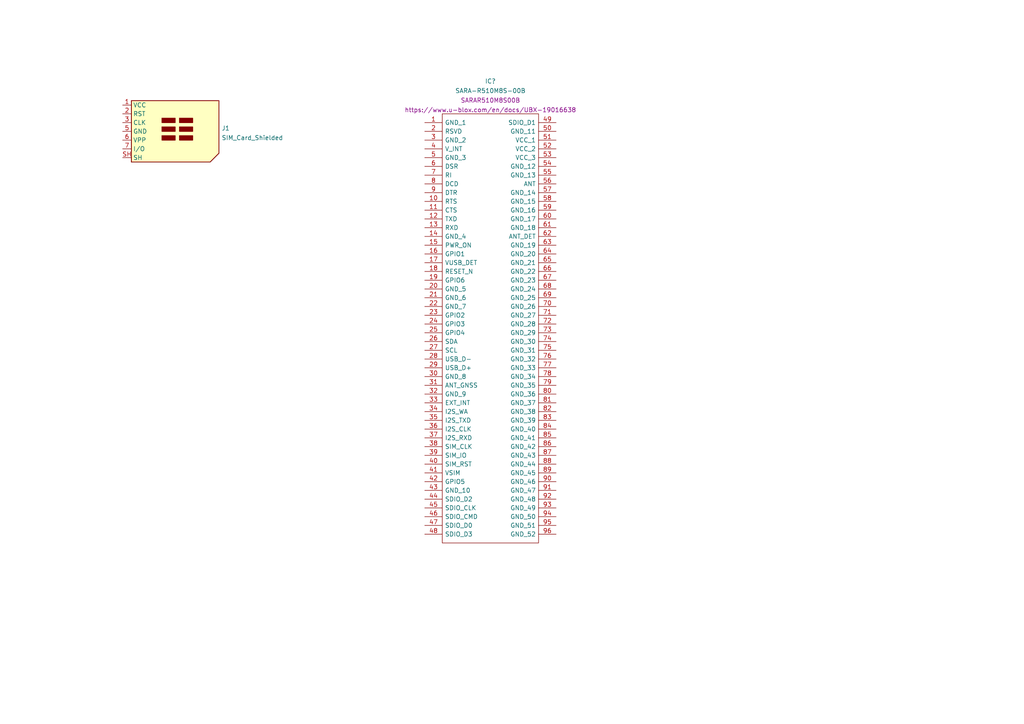
<source format=kicad_sch>
(kicad_sch (version 20211123) (generator eeschema)
  (paper "A4")
  (lib_symbols
    (symbol "Connector:SIM_Card_Shielded"
      (property "Reference" "J" (at -2.54 12.7 0))
      (property "Value" "SIM_Card_Shielded" (at -1.27 10.16 0))
      (symbol "SIM_Card_Shielded_0_1"
        (rectangle (start -1.27 -2.54) (end 2.54 -1.27) (stroke (width 0.254)) (fill (type outline)))
        (rectangle (start -1.27 0) (end 2.54 1.27) (stroke (width 0.254)) (fill (type outline)))
        (rectangle (start -1.27 2.54) (end 2.54 3.81) (stroke (width 0.254)) (fill (type outline)))
        (polyline (pts (xy -10.16 8.89) (xy -10.16 -8.89) (xy 12.7 -8.89) (xy 15.24 -6.35) (xy 15.24 8.89) (xy -10.16 8.89)) (stroke (width 0.254)) (fill (type background)))
        (rectangle (start 3.81 -1.27) (end 7.62 -2.54) (stroke (width 0.254)) (fill (type outline)))
        (rectangle (start 3.81 0) (end 7.62 1.27) (stroke (width 0.254)) (fill (type outline)))
        (rectangle (start 3.81 2.54) (end 7.62 3.81) (stroke (width 0.254)) (fill (type outline)))
      )
      (symbol "SIM_Card_Shielded_1_1"
        (pin power_in line (at -12.7 7.62 0) (length 2.54) (name "VCC") (number "1"))
        (pin input line (at -12.7 5.08 0) (length 2.54) (name "RST") (number "2"))
        (pin input line (at -12.7 2.54 0) (length 2.54) (name "CLK") (number "3"))
        (pin power_in line (at -12.7 0 0) (length 2.54) (name "GND") (number "5"))
        (pin input line (at -12.7 -2.54 0) (length 2.54) (name "VPP") (number "6"))
        (pin bidirectional line (at -12.7 -5.08 0) (length 2.54) (name "I/O") (number "7"))
        (pin passive line (at -12.7 -7.62 0) (length 2.54) (name "SH") (number "SH"))
      )
    )
    (symbol "Likapa-RfMCU:SARA-R510M8S-00B" (pin_names (offset 0.762))
      (property "Reference" "IC" (at 15.24 66.04 0))
      (property "Value" "SARA-R510M8S-00B" (at 15.24 63.5 0))
      (property "Footprint" "SARAR510M8S00B" (at 15.24 60.96 0))
      (property "Datasheet" "https://www.u-blox.com/en/docs/UBX-19016638" (at 15.24 58.42 0))
      (symbol "SARA-R510M8S-00B_0_0"
        (pin passive line (at -19.05 58.42 0) (length 5.08) (name "GND_1") (number "1"))
        (pin passive line (at -19.05 35.56 0) (length 5.08) (name "RTS") (number "10"))
        (pin passive line (at -19.05 33.02 0) (length 5.08) (name "CTS") (number "11"))
        (pin passive line (at -19.05 30.48 0) (length 5.08) (name "TXD") (number "12"))
        (pin passive line (at -19.05 27.94 0) (length 5.08) (name "RXD") (number "13"))
        (pin passive line (at -19.05 25.4 0) (length 5.08) (name "GND_4") (number "14"))
        (pin passive line (at -19.05 22.86 0) (length 5.08) (name "PWR_ON") (number "15"))
        (pin passive line (at -19.05 20.32 0) (length 5.08) (name "GPIO1") (number "16"))
        (pin passive line (at -19.05 17.78 0) (length 5.08) (name "VUSB_DET") (number "17"))
        (pin passive line (at -19.05 15.24 0) (length 5.08) (name "RESET_N") (number "18"))
        (pin passive line (at -19.05 12.7 0) (length 5.08) (name "GPIO6") (number "19"))
        (pin passive line (at -19.05 55.88 0) (length 5.08) (name "RSVD") (number "2"))
        (pin passive line (at -19.05 10.16 0) (length 5.08) (name "GND_5") (number "20"))
        (pin passive line (at -19.05 7.62 0) (length 5.08) (name "GND_6") (number "21"))
        (pin passive line (at -19.05 5.08 0) (length 5.08) (name "GND_7") (number "22"))
        (pin passive line (at -19.05 2.54 0) (length 5.08) (name "GPIO2") (number "23"))
        (pin passive line (at -19.05 0 0) (length 5.08) (name "GPIO3") (number "24"))
        (pin passive line (at -19.05 -2.54 0) (length 5.08) (name "GPIO4") (number "25"))
        (pin passive line (at -19.05 -5.08 0) (length 5.08) (name "SDA") (number "26"))
        (pin passive line (at -19.05 -7.62 0) (length 5.08) (name "SCL") (number "27"))
        (pin passive line (at -19.05 -10.16 0) (length 5.08) (name "USB_D-") (number "28"))
        (pin passive line (at -19.05 -12.7 0) (length 5.08) (name "USB_D+") (number "29"))
        (pin passive line (at -19.05 53.34 0) (length 5.08) (name "GND_2") (number "3"))
        (pin passive line (at -19.05 -15.24 0) (length 5.08) (name "GND_8") (number "30"))
        (pin passive line (at -19.05 -17.78 0) (length 5.08) (name "ANT_GNSS") (number "31"))
        (pin passive line (at -19.05 -20.32 0) (length 5.08) (name "GND_9") (number "32"))
        (pin passive line (at -19.05 -22.86 0) (length 5.08) (name "EXT_INT") (number "33"))
        (pin passive line (at -19.05 -25.4 0) (length 5.08) (name "I2S_WA") (number "34"))
        (pin passive line (at -19.05 -27.94 0) (length 5.08) (name "I2S_TXD") (number "35"))
        (pin passive line (at -19.05 -30.48 0) (length 5.08) (name "I2S_CLK") (number "36"))
        (pin passive line (at -19.05 -33.02 0) (length 5.08) (name "I2S_RXD") (number "37"))
        (pin passive line (at -19.05 -35.56 0) (length 5.08) (name "SIM_CLK") (number "38"))
        (pin passive line (at -19.05 -38.1 0) (length 5.08) (name "SIM_IO") (number "39"))
        (pin passive line (at -19.05 50.8 0) (length 5.08) (name "V_INT") (number "4"))
        (pin passive line (at -19.05 -40.64 0) (length 5.08) (name "SIM_RST") (number "40"))
        (pin passive line (at -19.05 -43.18 0) (length 5.08) (name "VSIM") (number "41"))
        (pin passive line (at -19.05 -45.72 0) (length 5.08) (name "GPIO5") (number "42"))
        (pin passive line (at -19.05 -48.26 0) (length 5.08) (name "GND_10") (number "43"))
        (pin passive line (at -19.05 -50.8 0) (length 5.08) (name "SDIO_D2") (number "44"))
        (pin passive line (at -19.05 -53.34 0) (length 5.08) (name "SDIO_CLK") (number "45"))
        (pin passive line (at -19.05 -55.88 0) (length 5.08) (name "SDIO_CMD") (number "46"))
        (pin passive line (at -19.05 -58.42 0) (length 5.08) (name "SDIO_D0") (number "47"))
        (pin passive line (at -19.05 -60.96 0) (length 5.08) (name "SDIO_D3") (number "48"))
        (pin passive line (at 19.05 58.42 180) (length 5.08) (name "SDIO_D1") (number "49"))
        (pin passive line (at -19.05 48.26 0) (length 5.08) (name "GND_3") (number "5"))
        (pin passive line (at 19.05 55.88 180) (length 5.08) (name "GND_11") (number "50"))
        (pin passive line (at 19.05 53.34 180) (length 5.08) (name "VCC_1") (number "51"))
        (pin passive line (at 19.05 50.8 180) (length 5.08) (name "VCC_2") (number "52"))
        (pin passive line (at 19.05 48.26 180) (length 5.08) (name "VCC_3") (number "53"))
        (pin passive line (at 19.05 45.72 180) (length 5.08) (name "GND_12") (number "54"))
        (pin passive line (at 19.05 43.18 180) (length 5.08) (name "GND_13") (number "55"))
        (pin passive line (at 19.05 40.64 180) (length 5.08) (name "ANT") (number "56"))
        (pin passive line (at 19.05 38.1 180) (length 5.08) (name "GND_14") (number "57"))
        (pin passive line (at 19.05 35.56 180) (length 5.08) (name "GND_15") (number "58"))
        (pin passive line (at 19.05 33.02 180) (length 5.08) (name "GND_16") (number "59"))
        (pin passive line (at -19.05 45.72 0) (length 5.08) (name "DSR") (number "6"))
        (pin passive line (at 19.05 30.48 180) (length 5.08) (name "GND_17") (number "60"))
        (pin passive line (at 19.05 27.94 180) (length 5.08) (name "GND_18") (number "61"))
        (pin passive line (at 19.05 25.4 180) (length 5.08) (name "ANT_DET") (number "62"))
        (pin passive line (at 19.05 22.86 180) (length 5.08) (name "GND_19") (number "63"))
        (pin passive line (at 19.05 20.32 180) (length 5.08) (name "GND_20") (number "64"))
        (pin passive line (at 19.05 17.78 180) (length 5.08) (name "GND_21") (number "65"))
        (pin passive line (at 19.05 15.24 180) (length 5.08) (name "GND_22") (number "66"))
        (pin passive line (at 19.05 12.7 180) (length 5.08) (name "GND_23") (number "67"))
        (pin passive line (at 19.05 10.16 180) (length 5.08) (name "GND_24") (number "68"))
        (pin passive line (at 19.05 7.62 180) (length 5.08) (name "GND_25") (number "69"))
        (pin passive line (at -19.05 43.18 0) (length 5.08) (name "RI") (number "7"))
        (pin passive line (at 19.05 5.08 180) (length 5.08) (name "GND_26") (number "70"))
        (pin passive line (at 19.05 2.54 180) (length 5.08) (name "GND_27") (number "71"))
        (pin passive line (at 19.05 0 180) (length 5.08) (name "GND_28") (number "72"))
        (pin passive line (at 19.05 -2.54 180) (length 5.08) (name "GND_29") (number "73"))
        (pin passive line (at 19.05 -5.08 180) (length 5.08) (name "GND_30") (number "74"))
        (pin passive line (at 19.05 -7.62 180) (length 5.08) (name "GND_31") (number "75"))
        (pin passive line (at 19.05 -10.16 180) (length 5.08) (name "GND_32") (number "76"))
        (pin passive line (at 19.05 -12.7 180) (length 5.08) (name "GND_33") (number "77"))
        (pin passive line (at 19.05 -15.24 180) (length 5.08) (name "GND_34") (number "78"))
        (pin passive line (at 19.05 -17.78 180) (length 5.08) (name "GND_35") (number "79"))
        (pin passive line (at -19.05 40.64 0) (length 5.08) (name "DCD") (number "8"))
        (pin passive line (at 19.05 -20.32 180) (length 5.08) (name "GND_36") (number "80"))
        (pin passive line (at 19.05 -22.86 180) (length 5.08) (name "GND_37") (number "81"))
        (pin passive line (at 19.05 -25.4 180) (length 5.08) (name "GND_38") (number "82"))
        (pin passive line (at 19.05 -27.94 180) (length 5.08) (name "GND_39") (number "83"))
        (pin passive line (at 19.05 -30.48 180) (length 5.08) (name "GND_40") (number "84"))
        (pin passive line (at 19.05 -33.02 180) (length 5.08) (name "GND_41") (number "85"))
        (pin passive line (at 19.05 -35.56 180) (length 5.08) (name "GND_42") (number "86"))
        (pin passive line (at 19.05 -38.1 180) (length 5.08) (name "GND_43") (number "87"))
        (pin passive line (at 19.05 -40.64 180) (length 5.08) (name "GND_44") (number "88"))
        (pin passive line (at 19.05 -43.18 180) (length 5.08) (name "GND_45") (number "89"))
        (pin passive line (at -19.05 38.1 0) (length 5.08) (name "DTR") (number "9"))
        (pin passive line (at 19.05 -45.72 180) (length 5.08) (name "GND_46") (number "90"))
        (pin passive line (at 19.05 -48.26 180) (length 5.08) (name "GND_47") (number "91"))
        (pin passive line (at 19.05 -50.8 180) (length 5.08) (name "GND_48") (number "92"))
        (pin passive line (at 19.05 -53.34 180) (length 5.08) (name "GND_49") (number "93"))
        (pin passive line (at 19.05 -55.88 180) (length 5.08) (name "GND_50") (number "94"))
        (pin passive line (at 19.05 -58.42 180) (length 5.08) (name "GND_51") (number "95"))
        (pin passive line (at 19.05 -60.96 180) (length 5.08) (name "GND_52") (number "96"))
      )
      (symbol "SARA-R510M8S-00B_0_1"
        (polyline (pts (xy -13.97 60.96) (xy 13.97 60.96) (xy 13.97 -63.5) (xy -13.97 -63.5) (xy -13.97 60.96)) (stroke (width 0.1524)))
      )
    )
  )
  (symbol (lib_id "Connector:SIM_Card_Shielded") (at 48.26 38.1 0) (unit 1)
    (property "Reference" "J1" (at 64.262 37.1915 0) (effects (justify left)))
    (property "Value" "SIM_Card_Shielded" (at 64.262 39.9666 0) (effects (justify left)))
    (property "Footprint" "Connector_Card:microSIM_JAE_SF53S006VCBR2000" (effects hide))
    (property "Datasheet" " ~" (effects hide))
  )
  (symbol (lib_id "Likapa-RfMCU:SARA-R510M8S-00B") (at 142.24 93.98 0) (unit 1)
    (property "Reference" "IC?" (at 142.24 23.5541 0))
    (property "Value" "SARA-R510M8S-00B" (at 142.24 26.3292 0))
    (property "Footprint" "SARAR510M8S00B" (at 142.24 29.1043 0))
    (property "Datasheet" "https://www.u-blox.com/en/docs/UBX-19016638" (at 142.24 31.8794 0))
    (property "Description" "RF Modules Secure Cloud LTE-M and NB-IoT module with GNSS, multi-regional" (effects hide))
    (property "Height" "2.2" (effects hide))
    (property "Manufacturer_Name" "U-Blox" (effects hide))
    (property "Manufacturer_Part_Number" "SARA-R510M8S-00B" (effects hide))
    (property "Mouser Part Number" "377-SARA-R510M8S-00B" (effects hide))
    (property "Mouser Price/Stock" "https://www.mouser.co.uk/ProductDetail/u-blox/SARA-R510M8S-00B?qs=DPoM0jnrROWL3O7wj8iYuA%3D%3D" (effects hide))
  )
)
</source>
